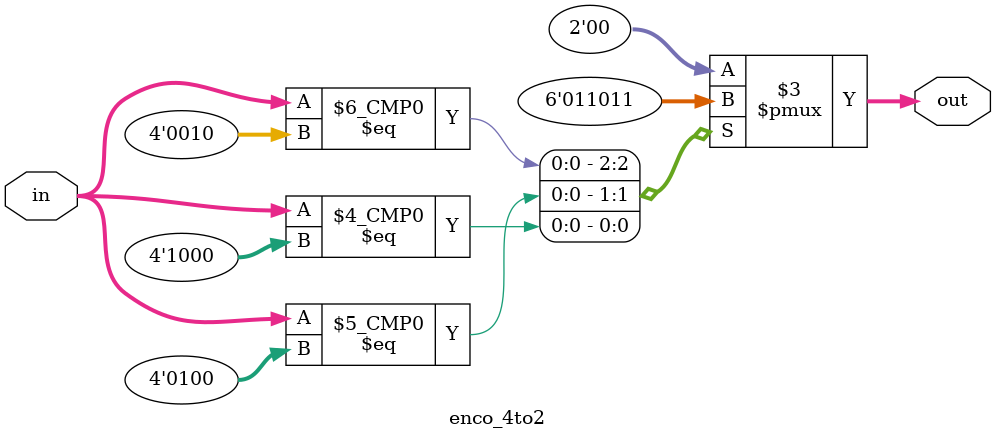
<source format=v>
`timescale 1ns / 1ps


module enco_4to2 (
    input [3:0] in,
    output reg [1:0] out
);
    always @(*) begin
        case (in)
            4'b0001: out = 2'b00;
            4'b0010: out = 2'b01;
            4'b0100: out = 2'b10;
            4'b1000: out = 2'b11;
            default: out = 2'b00;  // Default to avoid latches
        endcase
    end
endmodule


</source>
